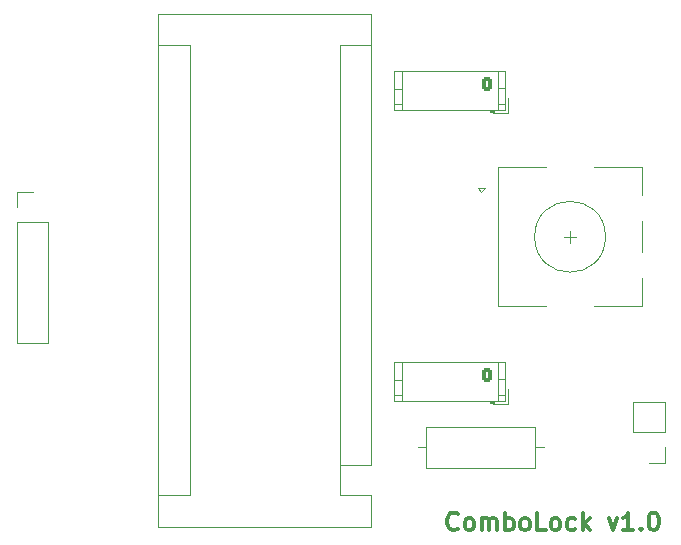
<source format=gto>
G04 #@! TF.GenerationSoftware,KiCad,Pcbnew,(6.0.2)*
G04 #@! TF.CreationDate,2023-01-26T14:19:39+00:00*
G04 #@! TF.ProjectId,bomb-diffusal-combolock,626f6d62-2d64-4696-9666-7573616c2d63,rev?*
G04 #@! TF.SameCoordinates,Original*
G04 #@! TF.FileFunction,Legend,Top*
G04 #@! TF.FilePolarity,Positive*
%FSLAX46Y46*%
G04 Gerber Fmt 4.6, Leading zero omitted, Abs format (unit mm)*
G04 Created by KiCad (PCBNEW (6.0.2)) date 2023-01-26 14:19:39*
%MOMM*%
%LPD*%
G01*
G04 APERTURE LIST*
G04 Aperture macros list*
%AMRoundRect*
0 Rectangle with rounded corners*
0 $1 Rounding radius*
0 $2 $3 $4 $5 $6 $7 $8 $9 X,Y pos of 4 corners*
0 Add a 4 corners polygon primitive as box body*
4,1,4,$2,$3,$4,$5,$6,$7,$8,$9,$2,$3,0*
0 Add four circle primitives for the rounded corners*
1,1,$1+$1,$2,$3*
1,1,$1+$1,$4,$5*
1,1,$1+$1,$6,$7*
1,1,$1+$1,$8,$9*
0 Add four rect primitives between the rounded corners*
20,1,$1+$1,$2,$3,$4,$5,0*
20,1,$1+$1,$4,$5,$6,$7,0*
20,1,$1+$1,$6,$7,$8,$9,0*
20,1,$1+$1,$8,$9,$2,$3,0*%
G04 Aperture macros list end*
%ADD10C,0.300000*%
%ADD11C,0.120000*%
%ADD12RoundRect,0.166666X0.233334X0.433334X-0.233334X0.433334X-0.233334X-0.433334X0.233334X-0.433334X0*%
%ADD13O,0.800000X1.200000*%
%ADD14R,2.000000X2.000000*%
%ADD15C,2.000000*%
%ADD16R,3.200000X2.000000*%
%ADD17R,1.600000X1.600000*%
%ADD18O,1.600000X1.600000*%
%ADD19R,1.700000X1.700000*%
%ADD20O,1.700000X1.700000*%
%ADD21C,1.600000*%
G04 APERTURE END LIST*
D10*
X138776285Y-118645714D02*
X138704857Y-118717142D01*
X138490571Y-118788571D01*
X138347714Y-118788571D01*
X138133428Y-118717142D01*
X137990571Y-118574285D01*
X137919142Y-118431428D01*
X137847714Y-118145714D01*
X137847714Y-117931428D01*
X137919142Y-117645714D01*
X137990571Y-117502857D01*
X138133428Y-117360000D01*
X138347714Y-117288571D01*
X138490571Y-117288571D01*
X138704857Y-117360000D01*
X138776285Y-117431428D01*
X139633428Y-118788571D02*
X139490571Y-118717142D01*
X139419142Y-118645714D01*
X139347714Y-118502857D01*
X139347714Y-118074285D01*
X139419142Y-117931428D01*
X139490571Y-117860000D01*
X139633428Y-117788571D01*
X139847714Y-117788571D01*
X139990571Y-117860000D01*
X140062000Y-117931428D01*
X140133428Y-118074285D01*
X140133428Y-118502857D01*
X140062000Y-118645714D01*
X139990571Y-118717142D01*
X139847714Y-118788571D01*
X139633428Y-118788571D01*
X140776285Y-118788571D02*
X140776285Y-117788571D01*
X140776285Y-117931428D02*
X140847714Y-117860000D01*
X140990571Y-117788571D01*
X141204857Y-117788571D01*
X141347714Y-117860000D01*
X141419142Y-118002857D01*
X141419142Y-118788571D01*
X141419142Y-118002857D02*
X141490571Y-117860000D01*
X141633428Y-117788571D01*
X141847714Y-117788571D01*
X141990571Y-117860000D01*
X142062000Y-118002857D01*
X142062000Y-118788571D01*
X142776285Y-118788571D02*
X142776285Y-117288571D01*
X142776285Y-117860000D02*
X142919142Y-117788571D01*
X143204857Y-117788571D01*
X143347714Y-117860000D01*
X143419142Y-117931428D01*
X143490571Y-118074285D01*
X143490571Y-118502857D01*
X143419142Y-118645714D01*
X143347714Y-118717142D01*
X143204857Y-118788571D01*
X142919142Y-118788571D01*
X142776285Y-118717142D01*
X144347714Y-118788571D02*
X144204857Y-118717142D01*
X144133428Y-118645714D01*
X144062000Y-118502857D01*
X144062000Y-118074285D01*
X144133428Y-117931428D01*
X144204857Y-117860000D01*
X144347714Y-117788571D01*
X144562000Y-117788571D01*
X144704857Y-117860000D01*
X144776285Y-117931428D01*
X144847714Y-118074285D01*
X144847714Y-118502857D01*
X144776285Y-118645714D01*
X144704857Y-118717142D01*
X144562000Y-118788571D01*
X144347714Y-118788571D01*
X146204857Y-118788571D02*
X145490571Y-118788571D01*
X145490571Y-117288571D01*
X146919142Y-118788571D02*
X146776285Y-118717142D01*
X146704857Y-118645714D01*
X146633428Y-118502857D01*
X146633428Y-118074285D01*
X146704857Y-117931428D01*
X146776285Y-117860000D01*
X146919142Y-117788571D01*
X147133428Y-117788571D01*
X147276285Y-117860000D01*
X147347714Y-117931428D01*
X147419142Y-118074285D01*
X147419142Y-118502857D01*
X147347714Y-118645714D01*
X147276285Y-118717142D01*
X147133428Y-118788571D01*
X146919142Y-118788571D01*
X148704857Y-118717142D02*
X148562000Y-118788571D01*
X148276285Y-118788571D01*
X148133428Y-118717142D01*
X148062000Y-118645714D01*
X147990571Y-118502857D01*
X147990571Y-118074285D01*
X148062000Y-117931428D01*
X148133428Y-117860000D01*
X148276285Y-117788571D01*
X148562000Y-117788571D01*
X148704857Y-117860000D01*
X149347714Y-118788571D02*
X149347714Y-117288571D01*
X149490571Y-118217142D02*
X149919142Y-118788571D01*
X149919142Y-117788571D02*
X149347714Y-118360000D01*
X151562000Y-117788571D02*
X151919142Y-118788571D01*
X152276285Y-117788571D01*
X153633428Y-118788571D02*
X152776285Y-118788571D01*
X153204857Y-118788571D02*
X153204857Y-117288571D01*
X153062000Y-117502857D01*
X152919142Y-117645714D01*
X152776285Y-117717142D01*
X154276285Y-118645714D02*
X154347714Y-118717142D01*
X154276285Y-118788571D01*
X154204857Y-118717142D01*
X154276285Y-118645714D01*
X154276285Y-118788571D01*
X155276285Y-117288571D02*
X155419142Y-117288571D01*
X155562000Y-117360000D01*
X155633428Y-117431428D01*
X155704857Y-117574285D01*
X155776285Y-117860000D01*
X155776285Y-118217142D01*
X155704857Y-118502857D01*
X155633428Y-118645714D01*
X155562000Y-118717142D01*
X155419142Y-118788571D01*
X155276285Y-118788571D01*
X155133428Y-118717142D01*
X155062000Y-118645714D01*
X154990571Y-118502857D01*
X154919142Y-118217142D01*
X154919142Y-117860000D01*
X154990571Y-117574285D01*
X155062000Y-117431428D01*
X155133428Y-117360000D01*
X155276285Y-117288571D01*
D11*
X141524000Y-83386000D02*
X141824000Y-83386000D01*
X133324000Y-79876000D02*
X142774000Y-79876000D01*
X142774000Y-81376000D02*
X142164000Y-81376000D01*
X133369000Y-82726000D02*
X133979000Y-82726000D01*
X133324000Y-83186000D02*
X142774000Y-83176000D01*
X134014000Y-83226000D02*
X134014000Y-79876000D01*
X133369000Y-81426000D02*
X133979000Y-81426000D01*
X141524000Y-83186000D02*
X141524000Y-83386000D01*
X142164000Y-83176000D02*
X142164000Y-79876000D01*
X143034000Y-83436000D02*
X143034000Y-82186000D01*
X142774000Y-82676000D02*
X142164000Y-82676000D01*
X142774000Y-83176000D02*
X142774000Y-79876000D01*
X133324000Y-79876000D02*
X133324000Y-83186000D01*
X141824000Y-83386000D02*
X141824000Y-83186000D01*
X141524000Y-83286000D02*
X141824000Y-83286000D01*
X141784000Y-83436000D02*
X143034000Y-83436000D01*
X133369000Y-106064000D02*
X133979000Y-106064000D01*
X141524000Y-108024000D02*
X141824000Y-108024000D01*
X141524000Y-107924000D02*
X141824000Y-107924000D01*
X142774000Y-106014000D02*
X142164000Y-106014000D01*
X133324000Y-104514000D02*
X142774000Y-104514000D01*
X141824000Y-108024000D02*
X141824000Y-107824000D01*
X134014000Y-107864000D02*
X134014000Y-104514000D01*
X133369000Y-107364000D02*
X133979000Y-107364000D01*
X141784000Y-108074000D02*
X143034000Y-108074000D01*
X133324000Y-104514000D02*
X133324000Y-107824000D01*
X142774000Y-107314000D02*
X142164000Y-107314000D01*
X141524000Y-107824000D02*
X141524000Y-108024000D01*
X142774000Y-107814000D02*
X142774000Y-104514000D01*
X133324000Y-107824000D02*
X142774000Y-107814000D01*
X142164000Y-107814000D02*
X142164000Y-104514000D01*
X143034000Y-108074000D02*
X143034000Y-106824000D01*
X146268400Y-99840000D02*
X142168400Y-99840000D01*
X147768400Y-93940000D02*
X148768400Y-93940000D01*
X150268400Y-88040000D02*
X154368400Y-88040000D01*
X140468400Y-89840000D02*
X141068400Y-89840000D01*
X154368400Y-99840000D02*
X150268400Y-99840000D01*
X146268400Y-88040000D02*
X142168400Y-88040000D01*
X148268400Y-93440000D02*
X148268400Y-94440000D01*
X154368400Y-97440000D02*
X154368400Y-99840000D01*
X141068400Y-89840000D02*
X140768400Y-90140000D01*
X142168400Y-88040000D02*
X142168400Y-99840000D01*
X154368400Y-88040000D02*
X154368400Y-90440000D01*
X154368400Y-92640000D02*
X154368400Y-95240000D01*
X140768400Y-90140000D02*
X140468400Y-89840000D01*
X151268400Y-93940000D02*
G75*
G03*
X151268400Y-93940000I-3000000J0D01*
G01*
X113408000Y-75054000D02*
X113408000Y-118494000D01*
X131448000Y-75054000D02*
X113408000Y-75054000D01*
X128778000Y-113284000D02*
X131448000Y-113284000D01*
X131448000Y-118494000D02*
X131448000Y-115824000D01*
X116078000Y-77724000D02*
X113408000Y-77724000D01*
X128778000Y-77724000D02*
X131448000Y-77724000D01*
X116078000Y-115824000D02*
X113408000Y-115824000D01*
X116078000Y-115824000D02*
X116078000Y-77724000D01*
X113408000Y-118494000D02*
X131448000Y-118494000D01*
X131448000Y-113284000D02*
X131448000Y-75054000D01*
X128778000Y-113284000D02*
X128778000Y-77724000D01*
X128778000Y-115824000D02*
X131448000Y-115824000D01*
X128778000Y-113284000D02*
X128778000Y-115824000D01*
X101438400Y-90110000D02*
X102768400Y-90110000D01*
X101438400Y-92710000D02*
X101438400Y-102930000D01*
X101438400Y-91440000D02*
X101438400Y-90110000D01*
X104098400Y-92710000D02*
X104098400Y-102930000D01*
X101438400Y-102930000D02*
X104098400Y-102930000D01*
X101438400Y-92710000D02*
X104098400Y-92710000D01*
X145336000Y-113480000D02*
X145336000Y-110040000D01*
X136096000Y-113480000D02*
X145336000Y-113480000D01*
X146026000Y-111760000D02*
X145336000Y-111760000D01*
X135406000Y-111760000D02*
X136096000Y-111760000D01*
X145336000Y-110040000D02*
X136096000Y-110040000D01*
X136096000Y-110040000D02*
X136096000Y-113480000D01*
X156270000Y-107890000D02*
X153610000Y-107890000D01*
X153610000Y-110490000D02*
X153610000Y-107890000D01*
X156270000Y-111760000D02*
X156270000Y-113090000D01*
X156270000Y-110490000D02*
X153610000Y-110490000D01*
X156270000Y-113090000D02*
X154940000Y-113090000D01*
X156270000Y-110490000D02*
X156270000Y-107890000D01*
%LPC*%
D12*
X141224000Y-81026000D03*
D13*
X139974000Y-81026000D03*
X138724000Y-81026000D03*
X137474000Y-81026000D03*
X136224000Y-81026000D03*
X134974000Y-81026000D03*
D12*
X141224000Y-105664000D03*
D13*
X139974000Y-105664000D03*
X138724000Y-105664000D03*
X137474000Y-105664000D03*
X136224000Y-105664000D03*
X134974000Y-105664000D03*
D14*
X140768400Y-91440000D03*
D15*
X140768400Y-96440000D03*
X140768400Y-93940000D03*
D16*
X148268400Y-88340000D03*
X148268400Y-99540000D03*
D15*
X155268400Y-96440000D03*
X155268400Y-91440000D03*
D17*
X130048000Y-114554000D03*
D18*
X130048000Y-112014000D03*
X130048000Y-109474000D03*
X130048000Y-106934000D03*
X130048000Y-104394000D03*
X130048000Y-101854000D03*
X130048000Y-99314000D03*
X130048000Y-96774000D03*
X130048000Y-94234000D03*
X130048000Y-91694000D03*
X130048000Y-89154000D03*
X130048000Y-86614000D03*
X130048000Y-84074000D03*
X130048000Y-81534000D03*
X130048000Y-78994000D03*
X114808000Y-78994000D03*
X114808000Y-81534000D03*
X114808000Y-84074000D03*
X114808000Y-86614000D03*
X114808000Y-89154000D03*
X114808000Y-91694000D03*
X114808000Y-94234000D03*
X114808000Y-96774000D03*
X114808000Y-99314000D03*
X114808000Y-101854000D03*
X114808000Y-104394000D03*
X114808000Y-106934000D03*
X114808000Y-109474000D03*
X114808000Y-112014000D03*
X114808000Y-114554000D03*
D19*
X102768400Y-91440000D03*
D20*
X102768400Y-93980000D03*
X102768400Y-96520000D03*
X102768400Y-99060000D03*
X102768400Y-101600000D03*
D21*
X134366000Y-111760000D03*
D18*
X147066000Y-111760000D03*
D19*
X154940000Y-111760000D03*
D20*
X154940000Y-109220000D03*
M02*

</source>
